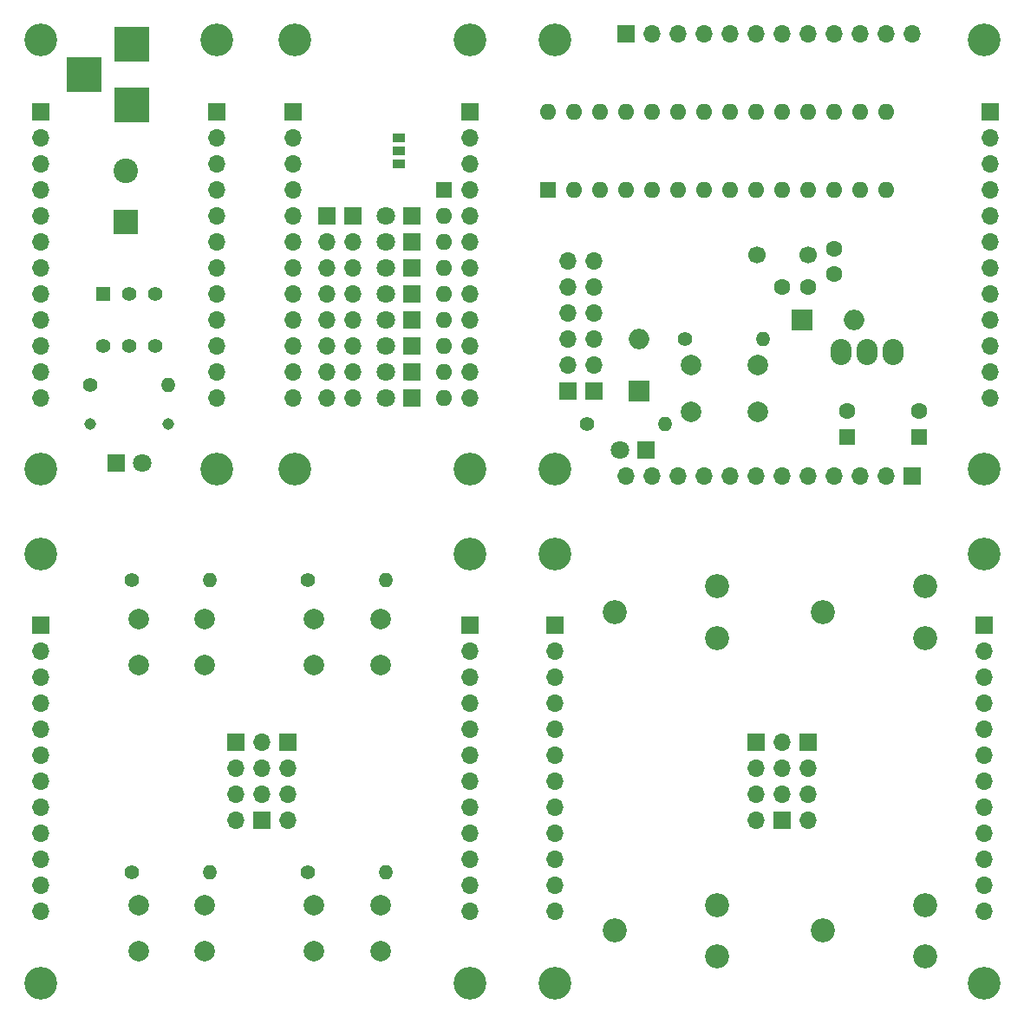
<source format=gbr>
G04 #@! TF.FileFunction,Soldermask,Top*
%FSLAX46Y46*%
G04 Gerber Fmt 4.6, Leading zero omitted, Abs format (unit mm)*
G04 Created by KiCad (PCBNEW 4.0.7+dfsg1-1~bpo9+1) date Thu Apr  5 11:27:44 2018*
%MOMM*%
%LPD*%
G01*
G04 APERTURE LIST*
%ADD10C,0.100000*%
%ADD11R,3.500000X3.500000*%
%ADD12C,3.200000*%
%ADD13R,1.700000X1.700000*%
%ADD14O,1.700000X1.700000*%
%ADD15R,1.800000X1.800000*%
%ADD16C,1.800000*%
%ADD17R,1.600000X1.600000*%
%ADD18O,1.600000X1.600000*%
%ADD19C,1.400000*%
%ADD20O,1.400000X1.400000*%
%ADD21R,1.400000X1.400000*%
%ADD22C,1.143000*%
%ADD23R,1.270000X0.970000*%
%ADD24R,2.400000X2.400000*%
%ADD25C,2.400000*%
%ADD26C,1.700000*%
%ADD27C,1.600000*%
%ADD28C,2.000000*%
%ADD29O,2.032000X2.540000*%
%ADD30R,2.000000X2.000000*%
%ADD31O,2.000000X2.000000*%
%ADD32C,2.340000*%
G04 APERTURE END LIST*
D10*
D11*
X137160000Y-92710000D03*
X137160000Y-86710000D03*
X132460000Y-89710000D03*
D12*
X128270000Y-128270000D03*
X145415000Y-128270000D03*
X128270000Y-86360000D03*
X170180000Y-86360000D03*
X170180000Y-128270000D03*
D13*
X128270000Y-93345000D03*
D14*
X128270000Y-95885000D03*
X128270000Y-98425000D03*
X128270000Y-100965000D03*
X128270000Y-103505000D03*
X128270000Y-106045000D03*
X128270000Y-108585000D03*
X128270000Y-111125000D03*
X128270000Y-113665000D03*
X128270000Y-116205000D03*
X128270000Y-118745000D03*
X128270000Y-121285000D03*
D13*
X145415000Y-93345000D03*
D14*
X145415000Y-95885000D03*
X145415000Y-98425000D03*
X145415000Y-100965000D03*
X145415000Y-103505000D03*
X145415000Y-106045000D03*
X145415000Y-108585000D03*
X145415000Y-111125000D03*
X145415000Y-113665000D03*
X145415000Y-116205000D03*
X145415000Y-118745000D03*
X145415000Y-121285000D03*
D12*
X145415000Y-86360000D03*
X153035000Y-86360000D03*
X153035000Y-128270000D03*
D15*
X164465000Y-103505000D03*
D16*
X161925000Y-103505000D03*
D15*
X164465000Y-106045000D03*
D16*
X161925000Y-106045000D03*
D15*
X164465000Y-108585000D03*
D16*
X161925000Y-108585000D03*
D15*
X164465000Y-111125000D03*
D16*
X161925000Y-111125000D03*
D15*
X164465000Y-113665000D03*
D16*
X161925000Y-113665000D03*
D15*
X164465000Y-116205000D03*
D16*
X161925000Y-116205000D03*
D15*
X164465000Y-118745000D03*
D16*
X161925000Y-118745000D03*
D15*
X164465000Y-121285000D03*
D16*
X161925000Y-121285000D03*
D13*
X158750000Y-103505000D03*
D14*
X158750000Y-106045000D03*
X158750000Y-108585000D03*
X158750000Y-111125000D03*
X158750000Y-113665000D03*
X158750000Y-116205000D03*
X158750000Y-118745000D03*
X158750000Y-121285000D03*
D13*
X156210000Y-103505000D03*
D14*
X156210000Y-106045000D03*
X156210000Y-108585000D03*
X156210000Y-111125000D03*
X156210000Y-113665000D03*
X156210000Y-116205000D03*
X156210000Y-118745000D03*
X156210000Y-121285000D03*
D13*
X152908000Y-93345000D03*
D14*
X152908000Y-95885000D03*
X152908000Y-98425000D03*
X152908000Y-100965000D03*
X152908000Y-103505000D03*
X152908000Y-106045000D03*
X152908000Y-108585000D03*
X152908000Y-111125000D03*
X152908000Y-113665000D03*
X152908000Y-116205000D03*
X152908000Y-118745000D03*
X152908000Y-121285000D03*
D13*
X170180000Y-93345000D03*
D14*
X170180000Y-95885000D03*
X170180000Y-98425000D03*
X170180000Y-100965000D03*
X170180000Y-103505000D03*
X170180000Y-106045000D03*
X170180000Y-108585000D03*
X170180000Y-111125000D03*
X170180000Y-113665000D03*
X170180000Y-116205000D03*
X170180000Y-118745000D03*
X170180000Y-121285000D03*
D17*
X167640000Y-100965000D03*
D18*
X167640000Y-103505000D03*
X167640000Y-106045000D03*
X167640000Y-108585000D03*
X167640000Y-111125000D03*
X167640000Y-113665000D03*
X167640000Y-116205000D03*
X167640000Y-118745000D03*
X167640000Y-121285000D03*
D15*
X135636000Y-127635000D03*
D16*
X138176000Y-127635000D03*
D19*
X133096000Y-120015000D03*
D20*
X140716000Y-120015000D03*
D21*
X134366000Y-111125000D03*
D19*
X136906000Y-111125000D03*
X139446000Y-111125000D03*
X134366000Y-116205000D03*
X136906000Y-116205000D03*
X139446000Y-116205000D03*
D22*
X140716000Y-123825000D03*
X133096000Y-123825000D03*
D23*
X163195000Y-95885000D03*
X163195000Y-97155000D03*
X163195000Y-98425000D03*
D24*
X136525000Y-104140000D03*
D25*
X136525000Y-99140000D03*
D13*
X185420000Y-85725000D03*
D14*
X187960000Y-85725000D03*
X190500000Y-85725000D03*
X193040000Y-85725000D03*
X195580000Y-85725000D03*
X198120000Y-85725000D03*
X200660000Y-85725000D03*
X203200000Y-85725000D03*
X205740000Y-85725000D03*
X208280000Y-85725000D03*
X210820000Y-85725000D03*
X213360000Y-85725000D03*
D17*
X177800000Y-100965000D03*
D18*
X210820000Y-93345000D03*
X180340000Y-100965000D03*
X208280000Y-93345000D03*
X182880000Y-100965000D03*
X205740000Y-93345000D03*
X185420000Y-100965000D03*
X203200000Y-93345000D03*
X187960000Y-100965000D03*
X200660000Y-93345000D03*
X190500000Y-100965000D03*
X198120000Y-93345000D03*
X193040000Y-100965000D03*
X195580000Y-93345000D03*
X195580000Y-100965000D03*
X193040000Y-93345000D03*
X198120000Y-100965000D03*
X190500000Y-93345000D03*
X200660000Y-100965000D03*
X187960000Y-93345000D03*
X203200000Y-100965000D03*
X185420000Y-93345000D03*
X205740000Y-100965000D03*
X182880000Y-93345000D03*
X208280000Y-100965000D03*
X180340000Y-93345000D03*
X210820000Y-100965000D03*
X177800000Y-93345000D03*
D26*
X203200000Y-107315000D03*
X198200000Y-107315000D03*
D27*
X200660000Y-110490000D03*
X203160000Y-110490000D03*
X205740000Y-109220000D03*
X205740000Y-106720000D03*
D13*
X182245000Y-120650000D03*
D14*
X182245000Y-118110000D03*
X182245000Y-115570000D03*
X182245000Y-113030000D03*
X182245000Y-110490000D03*
X182245000Y-107950000D03*
D13*
X220980000Y-93345000D03*
D14*
X220980000Y-95885000D03*
X220980000Y-98425000D03*
X220980000Y-100965000D03*
X220980000Y-103505000D03*
X220980000Y-106045000D03*
X220980000Y-108585000D03*
X220980000Y-111125000D03*
X220980000Y-113665000D03*
X220980000Y-116205000D03*
X220980000Y-118745000D03*
X220980000Y-121285000D03*
D13*
X213360000Y-128905000D03*
D14*
X210820000Y-128905000D03*
X208280000Y-128905000D03*
X205740000Y-128905000D03*
X203200000Y-128905000D03*
X200660000Y-128905000D03*
X198120000Y-128905000D03*
X195580000Y-128905000D03*
X193040000Y-128905000D03*
X190500000Y-128905000D03*
X187960000Y-128905000D03*
X185420000Y-128905000D03*
D12*
X220345000Y-86360000D03*
X220345000Y-128270000D03*
X178435000Y-128270000D03*
X178435000Y-86360000D03*
D17*
X213995000Y-125095000D03*
D27*
X213995000Y-122595000D03*
D17*
X207010000Y-125095000D03*
D27*
X207010000Y-122595000D03*
D19*
X181610000Y-123825000D03*
D20*
X189230000Y-123825000D03*
D19*
X191135000Y-115570000D03*
D20*
X198755000Y-115570000D03*
D28*
X191770000Y-122610000D03*
X191770000Y-118110000D03*
X198270000Y-122610000D03*
X198270000Y-118110000D03*
D29*
X208915000Y-116840000D03*
X206375000Y-116840000D03*
X211455000Y-116840000D03*
D15*
X187325000Y-126365000D03*
D16*
X184785000Y-126365000D03*
D30*
X186690000Y-120650000D03*
D31*
X186690000Y-115570000D03*
D30*
X202565000Y-113665000D03*
D31*
X207645000Y-113665000D03*
D13*
X179705000Y-120650000D03*
D14*
X179705000Y-118110000D03*
X179705000Y-115570000D03*
X179705000Y-113030000D03*
X179705000Y-110490000D03*
X179705000Y-107950000D03*
D13*
X203200000Y-154940000D03*
D14*
X203200000Y-157480000D03*
X203200000Y-160020000D03*
X203200000Y-162560000D03*
D28*
X154940000Y-175315000D03*
X154940000Y-170815000D03*
X161440000Y-175315000D03*
X161440000Y-170815000D03*
D12*
X178435000Y-136525000D03*
X128270000Y-178435000D03*
X220345000Y-178435000D03*
X128270000Y-136525000D03*
X170180000Y-136525000D03*
X170180000Y-178435000D03*
X220345000Y-136525000D03*
X178435000Y-178435000D03*
D13*
X128270000Y-143510000D03*
D14*
X128270000Y-146050000D03*
X128270000Y-148590000D03*
X128270000Y-151130000D03*
X128270000Y-153670000D03*
X128270000Y-156210000D03*
X128270000Y-158750000D03*
X128270000Y-161290000D03*
X128270000Y-163830000D03*
X128270000Y-166370000D03*
X128270000Y-168910000D03*
X128270000Y-171450000D03*
D13*
X178435000Y-143510000D03*
D14*
X178435000Y-146050000D03*
X178435000Y-148590000D03*
X178435000Y-151130000D03*
X178435000Y-153670000D03*
X178435000Y-156210000D03*
X178435000Y-158750000D03*
X178435000Y-161290000D03*
X178435000Y-163830000D03*
X178435000Y-166370000D03*
X178435000Y-168910000D03*
X178435000Y-171450000D03*
D13*
X170180000Y-143510000D03*
D14*
X170180000Y-146050000D03*
X170180000Y-148590000D03*
X170180000Y-151130000D03*
X170180000Y-153670000D03*
X170180000Y-156210000D03*
X170180000Y-158750000D03*
X170180000Y-161290000D03*
X170180000Y-163830000D03*
X170180000Y-166370000D03*
X170180000Y-168910000D03*
X170180000Y-171450000D03*
D13*
X220345000Y-143510000D03*
D14*
X220345000Y-146050000D03*
X220345000Y-148590000D03*
X220345000Y-151130000D03*
X220345000Y-153670000D03*
X220345000Y-156210000D03*
X220345000Y-158750000D03*
X220345000Y-161290000D03*
X220345000Y-163830000D03*
X220345000Y-166370000D03*
X220345000Y-168910000D03*
X220345000Y-171450000D03*
D32*
X194310000Y-144700000D03*
X184310000Y-142200000D03*
X194310000Y-139700000D03*
X214630000Y-144700000D03*
X204630000Y-142200000D03*
X214630000Y-139700000D03*
X194310000Y-175815000D03*
X184310000Y-173315000D03*
X194310000Y-170815000D03*
X214630000Y-175815000D03*
X204630000Y-173315000D03*
X214630000Y-170815000D03*
D13*
X198120000Y-154940000D03*
D14*
X198120000Y-157480000D03*
X198120000Y-160020000D03*
X198120000Y-162560000D03*
D13*
X152400000Y-154940000D03*
D14*
X152400000Y-157480000D03*
X152400000Y-160020000D03*
X152400000Y-162560000D03*
D13*
X147320000Y-154940000D03*
D14*
X147320000Y-157480000D03*
X147320000Y-160020000D03*
X147320000Y-162560000D03*
D13*
X200660000Y-162560000D03*
D14*
X200660000Y-160020000D03*
X200660000Y-157480000D03*
X200660000Y-154940000D03*
D13*
X149860000Y-162560000D03*
D14*
X149860000Y-160020000D03*
X149860000Y-157480000D03*
X149860000Y-154940000D03*
D19*
X137160000Y-139065000D03*
D20*
X144780000Y-139065000D03*
D19*
X154305000Y-139065000D03*
D20*
X161925000Y-139065000D03*
D19*
X137160000Y-167640000D03*
D20*
X144780000Y-167640000D03*
D19*
X154305000Y-167640000D03*
D20*
X161925000Y-167640000D03*
D28*
X137795000Y-147375000D03*
X137795000Y-142875000D03*
X144295000Y-147375000D03*
X144295000Y-142875000D03*
X154940000Y-147375000D03*
X154940000Y-142875000D03*
X161440000Y-147375000D03*
X161440000Y-142875000D03*
X137795000Y-175315000D03*
X137795000Y-170815000D03*
X144295000Y-175315000D03*
X144295000Y-170815000D03*
M02*

</source>
